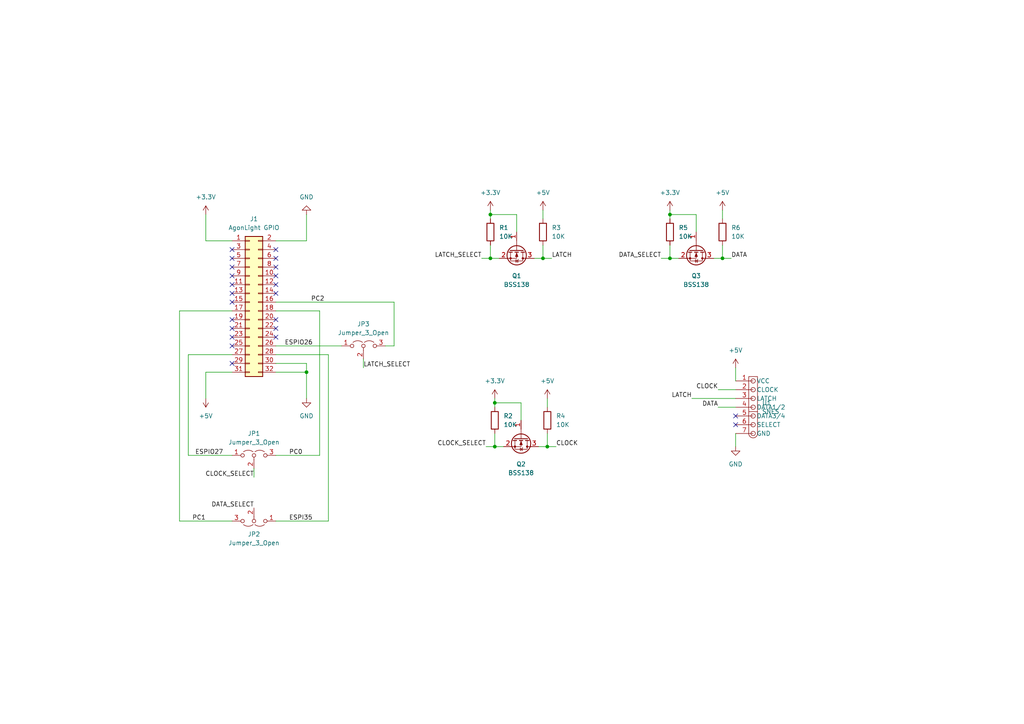
<source format=kicad_sch>
(kicad_sch (version 20211123) (generator eeschema)
  (paper "A4")
  (lib_symbols
    (symbol "Connector_Generic:Conn_02x16_Odd_Even" (pin_names (offset 1.016) hide)
      (property "Reference" "J" (at 1.27 20.32 0))
      (property "Value" "Conn_02x16_Odd_Even" (at 1.27 -22.86 0))
      (symbol "Conn_02x16_Odd_Even_1_1"
        (rectangle (start -1.27 -20.193) (end 0 -20.447) (stroke (width 0.1524)))
        (rectangle (start -1.27 -17.653) (end 0 -17.907) (stroke (width 0.1524)))
        (rectangle (start -1.27 -15.113) (end 0 -15.367) (stroke (width 0.1524)))
        (rectangle (start -1.27 -12.573) (end 0 -12.827) (stroke (width 0.1524)))
        (rectangle (start -1.27 -10.033) (end 0 -10.287) (stroke (width 0.1524)))
        (rectangle (start -1.27 -7.493) (end 0 -7.747) (stroke (width 0.1524)))
        (rectangle (start -1.27 -4.953) (end 0 -5.207) (stroke (width 0.1524)))
        (rectangle (start -1.27 -2.413) (end 0 -2.667) (stroke (width 0.1524)))
        (rectangle (start -1.27 0.127) (end 0 -0.127) (stroke (width 0.1524)))
        (rectangle (start -1.27 2.667) (end 0 2.413) (stroke (width 0.1524)))
        (rectangle (start -1.27 5.207) (end 0 4.953) (stroke (width 0.1524)))
        (rectangle (start -1.27 7.747) (end 0 7.493) (stroke (width 0.1524)))
        (rectangle (start -1.27 10.287) (end 0 10.033) (stroke (width 0.1524)))
        (rectangle (start -1.27 12.827) (end 0 12.573) (stroke (width 0.1524)))
        (rectangle (start -1.27 15.367) (end 0 15.113) (stroke (width 0.1524)))
        (rectangle (start -1.27 17.907) (end 0 17.653) (stroke (width 0.1524)))
        (rectangle (start -1.27 19.05) (end 3.81 -21.59) (stroke (width 0.254)) (fill (type background)))
        (rectangle (start 3.81 -20.193) (end 2.54 -20.447) (stroke (width 0.1524)))
        (rectangle (start 3.81 -17.653) (end 2.54 -17.907) (stroke (width 0.1524)))
        (rectangle (start 3.81 -15.113) (end 2.54 -15.367) (stroke (width 0.1524)))
        (rectangle (start 3.81 -12.573) (end 2.54 -12.827) (stroke (width 0.1524)))
        (rectangle (start 3.81 -10.033) (end 2.54 -10.287) (stroke (width 0.1524)))
        (rectangle (start 3.81 -7.493) (end 2.54 -7.747) (stroke (width 0.1524)))
        (rectangle (start 3.81 -4.953) (end 2.54 -5.207) (stroke (width 0.1524)))
        (rectangle (start 3.81 -2.413) (end 2.54 -2.667) (stroke (width 0.1524)))
        (rectangle (start 3.81 0.127) (end 2.54 -0.127) (stroke (width 0.1524)))
        (rectangle (start 3.81 2.667) (end 2.54 2.413) (stroke (width 0.1524)))
        (rectangle (start 3.81 5.207) (end 2.54 4.953) (stroke (width 0.1524)))
        (rectangle (start 3.81 7.747) (end 2.54 7.493) (stroke (width 0.1524)))
        (rectangle (start 3.81 10.287) (end 2.54 10.033) (stroke (width 0.1524)))
        (rectangle (start 3.81 12.827) (end 2.54 12.573) (stroke (width 0.1524)))
        (rectangle (start 3.81 15.367) (end 2.54 15.113) (stroke (width 0.1524)))
        (rectangle (start 3.81 17.907) (end 2.54 17.653) (stroke (width 0.1524)))
        (pin passive line (at -5.08 17.78 0) (length 3.81) (name "Pin_1") (number "1"))
        (pin passive line (at 7.62 7.62 180) (length 3.81) (name "Pin_10") (number "10"))
        (pin passive line (at -5.08 5.08 0) (length 3.81) (name "Pin_11") (number "11"))
        (pin passive line (at 7.62 5.08 180) (length 3.81) (name "Pin_12") (number "12"))
        (pin passive line (at -5.08 2.54 0) (length 3.81) (name "Pin_13") (number "13"))
        (pin passive line (at 7.62 2.54 180) (length 3.81) (name "Pin_14") (number "14"))
        (pin passive line (at -5.08 0 0) (length 3.81) (name "Pin_15") (number "15"))
        (pin passive line (at 7.62 0 180) (length 3.81) (name "Pin_16") (number "16"))
        (pin passive line (at -5.08 -2.54 0) (length 3.81) (name "Pin_17") (number "17"))
        (pin passive line (at 7.62 -2.54 180) (length 3.81) (name "Pin_18") (number "18"))
        (pin passive line (at -5.08 -5.08 0) (length 3.81) (name "Pin_19") (number "19"))
        (pin passive line (at 7.62 17.78 180) (length 3.81) (name "Pin_2") (number "2"))
        (pin passive line (at 7.62 -5.08 180) (length 3.81) (name "Pin_20") (number "20"))
        (pin passive line (at -5.08 -7.62 0) (length 3.81) (name "Pin_21") (number "21"))
        (pin passive line (at 7.62 -7.62 180) (length 3.81) (name "Pin_22") (number "22"))
        (pin passive line (at -5.08 -10.16 0) (length 3.81) (name "Pin_23") (number "23"))
        (pin passive line (at 7.62 -10.16 180) (length 3.81) (name "Pin_24") (number "24"))
        (pin passive line (at -5.08 -12.7 0) (length 3.81) (name "Pin_25") (number "25"))
        (pin passive line (at 7.62 -12.7 180) (length 3.81) (name "Pin_26") (number "26"))
        (pin passive line (at -5.08 -15.24 0) (length 3.81) (name "Pin_27") (number "27"))
        (pin passive line (at 7.62 -15.24 180) (length 3.81) (name "Pin_28") (number "28"))
        (pin passive line (at -5.08 -17.78 0) (length 3.81) (name "Pin_29") (number "29"))
        (pin passive line (at -5.08 15.24 0) (length 3.81) (name "Pin_3") (number "3"))
        (pin passive line (at 7.62 -17.78 180) (length 3.81) (name "Pin_30") (number "30"))
        (pin passive line (at -5.08 -20.32 0) (length 3.81) (name "Pin_31") (number "31"))
        (pin passive line (at 7.62 -20.32 180) (length 3.81) (name "Pin_32") (number "32"))
        (pin passive line (at 7.62 15.24 180) (length 3.81) (name "Pin_4") (number "4"))
        (pin passive line (at -5.08 12.7 0) (length 3.81) (name "Pin_5") (number "5"))
        (pin passive line (at 7.62 12.7 180) (length 3.81) (name "Pin_6") (number "6"))
        (pin passive line (at -5.08 10.16 0) (length 3.81) (name "Pin_7") (number "7"))
        (pin passive line (at 7.62 10.16 180) (length 3.81) (name "Pin_8") (number "8"))
        (pin passive line (at -5.08 7.62 0) (length 3.81) (name "Pin_9") (number "9"))
      )
    )
    (symbol "Device:R" (pin_numbers hide) (pin_names (offset 0))
      (property "Reference" "R" (at 2.032 0 90))
      (property "Value" "R" (at 0 0 90))
      (symbol "R_0_1"
        (rectangle (start -1.016 -2.54) (end 1.016 2.54) (stroke (width 0.254)))
      )
      (symbol "R_1_1"
        (pin passive line (at 0 3.81 270) (length 1.27) (name "~") (number "1"))
        (pin passive line (at 0 -3.81 90) (length 1.27) (name "~") (number "2"))
      )
    )
    (symbol "Jumper:Jumper_3_Open" (pin_names (offset 0) hide)
      (property "Reference" "JP" (at -2.54 -2.54 0))
      (property "Value" "Jumper_3_Open" (at 0 2.794 0))
      (symbol "Jumper_3_Open_0_0"
        (circle (center -3.302 0) (radius 0.508))
        (circle (center 0 0) (radius 0.508))
        (circle (center 3.302 0) (radius 0.508))
      )
      (symbol "Jumper_3_Open_0_1"
        (arc (start -0.254 1.016) (mid -1.651 1.4992) (end -3.048 1.016))
        (polyline (pts (xy 0 -0.508) (xy 0 -1.27)))
        (arc (start 3.048 1.016) (mid 1.651 1.4992) (end 0.254 1.016))
      )
      (symbol "Jumper_3_Open_1_1"
        (pin passive line (at -6.35 0 0) (length 2.54) (name "A") (number "1"))
        (pin passive line (at 0 -3.81 90) (length 2.54) (name "C") (number "2"))
        (pin passive line (at 6.35 0 180) (length 2.54) (name "B") (number "3"))
      )
    )
    (symbol "Transistor_FET:BSS138" (pin_names hide)
      (property "Reference" "Q" (at 5.08 1.905 0))
      (property "Value" "BSS138" (at 5.08 0 0))
      (symbol "BSS138_0_1"
        (polyline (pts (xy 0.254 0) (xy -2.54 0)))
        (polyline (pts (xy 0.254 1.905) (xy 0.254 -1.905)) (stroke (width 0.254)))
        (polyline (pts (xy 0.762 -1.27) (xy 0.762 -2.286)) (stroke (width 0.254)))
        (polyline (pts (xy 0.762 0.508) (xy 0.762 -0.508)) (stroke (width 0.254)))
        (polyline (pts (xy 0.762 2.286) (xy 0.762 1.27)) (stroke (width 0.254)))
        (polyline (pts (xy 2.54 2.54) (xy 2.54 1.778)))
        (polyline (pts (xy 2.54 -2.54) (xy 2.54 0) (xy 0.762 0)))
        (polyline (pts (xy 0.762 -1.778) (xy 3.302 -1.778) (xy 3.302 1.778) (xy 0.762 1.778)))
        (polyline (pts (xy 1.016 0) (xy 2.032 0.381) (xy 2.032 -0.381) (xy 1.016 0)) (fill (type outline)))
        (polyline (pts (xy 2.794 0.508) (xy 2.921 0.381) (xy 3.683 0.381) (xy 3.81 0.254)))
        (polyline (pts (xy 3.302 0.381) (xy 2.921 -0.254) (xy 3.683 -0.254) (xy 3.302 0.381)))
        (circle (center 1.651 0) (radius 2.794) (stroke (width 0.254)))
        (circle (center 2.54 -1.778) (radius 0.254) (fill (type outline)))
        (circle (center 2.54 1.778) (radius 0.254) (fill (type outline)))
      )
      (symbol "BSS138_1_1"
        (pin input line (at -5.08 0 0) (length 2.54) (name "G") (number "1"))
        (pin passive line (at 2.54 -5.08 90) (length 2.54) (name "S") (number "2"))
        (pin passive line (at 2.54 5.08 270) (length 2.54) (name "D") (number "3"))
      )
    )
    (symbol "pkl_conn:SNES" (pin_names (offset 1.016))
      (property "Reference" "U" (at 0 15.24 0))
      (property "Value" "SNES" (at 0 12.7 0))
      (symbol "SNES_0_1"
        (arc (start -1.27 -6.35) (mid 0 -7.62) (end 1.27 -6.35))
        (circle (center 0 -6.35) (radius 0.635))
        (circle (center 0 -3.81) (radius 0.635))
        (circle (center 0 -1.27) (radius 0.635))
        (polyline (pts (xy -1.27 0) (xy 1.27 0)))
        (polyline (pts (xy -1.27 -6.35) (xy -1.27 10.16) (xy 1.27 10.16) (xy 1.27 -6.35)))
        (circle (center 0 1.27) (radius 0.635))
        (circle (center 0 3.81) (radius 0.635))
        (circle (center 0 6.35) (radius 0.635))
        (circle (center 0 8.89) (radius 0.635))
      )
      (symbol "SNES_1_1"
        (pin power_in line (at -5.08 8.89 0) (length 5.08) (name "VCC") (number "1"))
        (pin input line (at -5.08 6.35 0) (length 5.08) (name "CLOCK") (number "2"))
        (pin input line (at -5.08 3.81 0) (length 5.08) (name "LATCH") (number "3"))
        (pin output line (at -5.08 1.27 0) (length 5.08) (name "DATA1/2") (number "4"))
        (pin output line (at -5.08 -1.27 0) (length 5.08) (name "DATA3/4") (number "5"))
        (pin input line (at -5.08 -3.81 0) (length 5.08) (name "SELECT") (number "6"))
        (pin power_in line (at -5.08 -6.35 0) (length 5.08) (name "GND") (number "7"))
      )
    )
    (symbol "power:+3.3V" (power) (pin_names (offset 0))
      (property "Value" "+3.3V" (at 0 3.556 0))
      (symbol "+3.3V_0_1"
        (polyline (pts (xy -0.762 1.27) (xy 0 2.54)))
        (polyline (pts (xy 0 0) (xy 0 2.54)))
        (polyline (pts (xy 0 2.54) (xy 0.762 1.27)))
      )
      (symbol "+3.3V_1_1"
        (pin power_in line (at 0 0 90) (length 0) hide (name "+3.3V") (number "1"))
      )
    )
    (symbol "power:+5V" (power) (pin_names (offset 0))
      (property "Value" "+5V" (at 0 3.556 0))
      (symbol "+5V_0_1"
        (polyline (pts (xy -0.762 1.27) (xy 0 2.54)))
        (polyline (pts (xy 0 0) (xy 0 2.54)))
        (polyline (pts (xy 0 2.54) (xy 0.762 1.27)))
      )
      (symbol "+5V_1_1"
        (pin power_in line (at 0 0 90) (length 0) hide (name "+5V") (number "1"))
      )
    )
    (symbol "power:GND" (power) (pin_names (offset 0))
      (property "Value" "GND" (at 0 -3.81 0))
      (symbol "GND_0_1"
        (polyline (pts (xy 0 0) (xy 0 -1.27) (xy 1.27 -1.27) (xy 0 -2.54) (xy -1.27 -1.27) (xy 0 -1.27)))
      )
      (symbol "GND_1_1"
        (pin power_in line (at 0 0 270) (length 0) hide (name "GND") (number "1"))
      )
    )
  )
  (junction (at 143.51 116.84))
  (junction (at 142.24 62.23))
  (junction (at 157.48 74.93))
  (junction (at 88.9 107.95))
  (junction (at 158.75 129.54))
  (junction (at 142.24 74.93))
  (junction (at 194.31 62.23))
  (junction (at 209.55 74.93))
  (junction (at 194.31 74.93))
  (junction (at 143.51 129.54))
  (no_connect (at 213.36 120.65))
  (no_connect (at 213.36 123.19))
  (no_connect (at 80.01 85.09))
  (no_connect (at 80.01 77.47))
  (no_connect (at 80.01 74.93))
  (no_connect (at 80.01 80.01))
  (no_connect (at 80.01 82.55))
  (no_connect (at 80.01 72.39))
  (no_connect (at 80.01 92.71))
  (no_connect (at 67.31 80.01))
  (no_connect (at 67.31 82.55))
  (no_connect (at 80.01 95.25))
  (no_connect (at 67.31 85.09))
  (no_connect (at 67.31 87.63))
  (no_connect (at 67.31 77.47))
  (no_connect (at 67.31 72.39))
  (no_connect (at 67.31 74.93))
  (no_connect (at 80.01 97.79))
  (no_connect (at 67.31 100.33))
  (no_connect (at 67.31 97.79))
  (no_connect (at 67.31 92.71))
  (no_connect (at 67.31 95.25))
  (no_connect (at 67.31 105.41))
  (wire (pts (xy 143.51 116.84) (xy 143.51 118.11)))
  (wire (pts (xy 59.69 107.95) (xy 59.69 115.57)))
  (wire (pts (xy 80.01 102.87) (xy 95.25 102.87)))
  (wire (pts (xy 54.61 102.87) (xy 67.31 102.87)))
  (wire (pts (xy 80.01 107.95) (xy 88.9 107.95)))
  (wire (pts (xy 80.01 90.17) (xy 92.71 90.17)))
  (wire (pts (xy 151.13 121.92) (xy 151.13 116.84)))
  (wire (pts (xy 213.36 106.68) (xy 213.36 110.49)))
  (wire (pts (xy 114.3 100.33) (xy 114.3 87.63)))
  (wire (pts (xy 209.55 60.96) (xy 209.55 63.5)))
  (wire (pts (xy 196.85 74.93) (xy 194.31 74.93)))
  (wire (pts (xy 95.25 151.13) (xy 95.25 102.87)))
  (wire (pts (xy 213.36 125.73) (xy 213.36 129.54)))
  (wire (pts (xy 80.01 87.63) (xy 114.3 87.63)))
  (wire (pts (xy 80.01 132.08) (xy 92.71 132.08)))
  (wire (pts (xy 208.28 113.03) (xy 213.36 113.03)))
  (wire (pts (xy 207.01 74.93) (xy 209.55 74.93)))
  (wire (pts (xy 194.31 62.23) (xy 194.31 63.5)))
  (wire (pts (xy 200.66 115.57) (xy 213.36 115.57)))
  (wire (pts (xy 67.31 132.08) (xy 54.61 132.08)))
  (wire (pts (xy 194.31 74.93) (xy 194.31 71.12)))
  (wire (pts (xy 88.9 107.95) (xy 88.9 115.57)))
  (wire (pts (xy 194.31 60.96) (xy 194.31 62.23)))
  (wire (pts (xy 149.86 62.23) (xy 142.24 62.23)))
  (wire (pts (xy 111.76 100.33) (xy 114.3 100.33)))
  (wire (pts (xy 139.7 74.93) (xy 142.24 74.93)))
  (wire (pts (xy 80.01 105.41) (xy 88.9 105.41)))
  (wire (pts (xy 209.55 74.93) (xy 209.55 71.12)))
  (wire (pts (xy 142.24 62.23) (xy 142.24 63.5)))
  (wire (pts (xy 158.75 129.54) (xy 158.75 125.73)))
  (wire (pts (xy 142.24 60.96) (xy 142.24 62.23)))
  (wire (pts (xy 149.86 67.31) (xy 149.86 62.23)))
  (wire (pts (xy 157.48 74.93) (xy 160.02 74.93)))
  (wire (pts (xy 158.75 129.54) (xy 161.29 129.54)))
  (wire (pts (xy 143.51 129.54) (xy 143.51 125.73)))
  (wire (pts (xy 156.21 129.54) (xy 158.75 129.54)))
  (wire (pts (xy 157.48 60.96) (xy 157.48 63.5)))
  (wire (pts (xy 151.13 116.84) (xy 143.51 116.84)))
  (wire (pts (xy 73.66 135.89) (xy 73.66 138.43)))
  (wire (pts (xy 142.24 74.93) (xy 142.24 71.12)))
  (wire (pts (xy 209.55 74.93) (xy 212.09 74.93)))
  (wire (pts (xy 143.51 115.57) (xy 143.51 116.84)))
  (wire (pts (xy 191.77 74.93) (xy 194.31 74.93)))
  (wire (pts (xy 80.01 151.13) (xy 95.25 151.13)))
  (wire (pts (xy 80.01 100.33) (xy 99.06 100.33)))
  (wire (pts (xy 80.01 69.85) (xy 88.9 69.85)))
  (wire (pts (xy 140.97 129.54) (xy 143.51 129.54)))
  (wire (pts (xy 54.61 132.08) (xy 54.61 102.87)))
  (wire (pts (xy 158.75 115.57) (xy 158.75 118.11)))
  (wire (pts (xy 59.69 107.95) (xy 67.31 107.95)))
  (wire (pts (xy 144.78 74.93) (xy 142.24 74.93)))
  (wire (pts (xy 59.69 62.23) (xy 59.69 69.85)))
  (wire (pts (xy 52.07 151.13) (xy 52.07 90.17)))
  (wire (pts (xy 88.9 62.23) (xy 88.9 69.85)))
  (wire (pts (xy 67.31 151.13) (xy 52.07 151.13)))
  (wire (pts (xy 201.93 67.31) (xy 201.93 62.23)))
  (wire (pts (xy 52.07 90.17) (xy 67.31 90.17)))
  (wire (pts (xy 92.71 132.08) (xy 92.71 90.17)))
  (wire (pts (xy 201.93 62.23) (xy 194.31 62.23)))
  (wire (pts (xy 146.05 129.54) (xy 143.51 129.54)))
  (wire (pts (xy 88.9 105.41) (xy 88.9 107.95)))
  (wire (pts (xy 105.41 104.14) (xy 105.41 106.68)))
  (wire (pts (xy 59.69 69.85) (xy 67.31 69.85)))
  (wire (pts (xy 208.28 118.11) (xy 213.36 118.11)))
  (wire (pts (xy 154.94 74.93) (xy 157.48 74.93)))
  (wire (pts (xy 157.48 74.93) (xy 157.48 71.12)))
  (label "LATCH" (at 200.66 115.57 180))
  (label "DATA" (at 212.09 74.93 0))
  (label "PC2" (at 90.17 87.63 0))
  (label "LATCH_SELECT" (at 139.7 74.93 180))
  (label "CLOCK" (at 208.28 113.03 180))
  (label "DATA_SELECT" (at 191.77 74.93 180))
  (label "LATCH_SELECT" (at 105.41 106.68 0))
  (label "CLOCK" (at 161.29 129.54 0))
  (label "CLOCK_SELECT" (at 140.97 129.54 180))
  (label "PC1" (at 59.69 151.13 180))
  (label "PC0" (at 83.82 132.08 0))
  (label "DATA" (at 208.28 118.11 180))
  (label "ESPI35" (at 83.82 151.13 0))
  (label "ESPIO27" (at 64.77 132.08 180))
  (label "ESPIO26" (at 82.55 100.33 0))
  (label "DATA_SELECT" (at 73.66 147.32 180))
  (label "CLOCK_SELECT" (at 73.66 138.43 180))
  (label "LATCH" (at 160.02 74.93 0))
  (symbol (lib_id "Transistor_FET:BSS138") (at 151.13 127 270) (unit 1)
    (property "Reference" "Q2" (at 151.13 134.62 90))
    (property "Value" "BSS138" (at 151.13 137.16 90))
    (property "Footprint" "Package_TO_SOT_SMD:SOT-23" (effects hide))
    (property "Datasheet" "https://www.onsemi.com/pub/Collateral/BSS138-D.PDF" (effects hide))
  )
  (symbol (lib_id "pkl_conn:SNES") (at 218.44 119.38 0) (unit 1)
    (property "Reference" "U1" (at 220.98 116.8399 0) (effects (justify left)))
    (property "Value" "SNES" (at 220.98 119.3799 0) (effects (justify left)))
    (property "Footprint" "joystick:SNES" (effects hide))
  )
  (symbol (lib_id "power:GND") (at 88.9 115.57 0) (unit 1)
    (property "Reference" "#PWR04" (effects hide))
    (property "Value" "GND" (at 88.9 120.65 0))
  )
  (symbol (lib_id "power:GND") (at 213.36 129.54 0) (unit 1)
    (property "Reference" "#PWR012" (effects hide))
    (property "Value" "GND" (at 213.36 134.62 0))
  )
  (symbol (lib_id "power:+5V") (at 209.55 60.96 0) (unit 1)
    (property "Reference" "#PWR010" (effects hide))
    (property "Value" "+5V" (at 209.55 55.88 0))
  )
  (symbol (lib_id "Transistor_FET:BSS138") (at 201.93 72.39 270) (unit 1)
    (property "Reference" "Q3" (at 201.93 80.01 90))
    (property "Value" "BSS138" (at 201.93 82.55 90))
    (property "Footprint" "Package_TO_SOT_SMD:SOT-23" (effects hide))
    (property "Datasheet" "https://www.onsemi.com/pub/Collateral/BSS138-D.PDF" (effects hide))
  )
  (symbol (lib_id "Device:R") (at 194.31 67.31 0) (unit 1)
    (property "Reference" "R5" (at 196.85 66.0399 0) (effects (justify left)))
    (property "Value" "10K" (at 196.85 68.5799 0) (effects (justify left)))
    (property "Footprint" "Resistor_SMD:R_0805_2012Metric_Pad1.20x1.40mm_HandSolder" (effects hide))
  )
  (symbol (lib_id "power:+3.3V") (at 59.69 62.23 0) (unit 1)
    (property "Reference" "#PWR01" (effects hide))
    (property "Value" "+3.3V" (at 59.69 57.15 0))
  )
  (symbol (lib_id "power:+5V") (at 157.48 60.96 0) (unit 1)
    (property "Reference" "#PWR07" (effects hide))
    (property "Value" "+5V" (at 157.48 55.88 0))
  )
  (symbol (lib_id "power:+5V") (at 59.69 115.57 180) (unit 1)
    (property "Reference" "#PWR02" (effects hide))
    (property "Value" "+5V" (at 59.69 120.65 0))
  )
  (symbol (lib_id "Jumper:Jumper_3_Open") (at 73.66 132.08 0) (unit 1)
    (property "Reference" "JP1" (at 73.66 125.73 0))
    (property "Value" "Jumper_3_Open" (at 73.66 128.27 0))
    (property "Footprint" "Connector_PinHeader_2.54mm:PinHeader_1x03_P2.54mm_Vertical" (effects hide))
  )
  (symbol (lib_id "Device:R") (at 209.55 67.31 0) (unit 1)
    (property "Reference" "R6" (at 212.09 66.0399 0) (effects (justify left)))
    (property "Value" "10K" (at 212.09 68.5799 0) (effects (justify left)))
    (property "Footprint" "Resistor_SMD:R_0805_2012Metric_Pad1.20x1.40mm_HandSolder" (effects hide))
  )
  (symbol (lib_id "power:+5V") (at 213.36 106.68 0) (unit 1)
    (property "Reference" "#PWR011" (effects hide))
    (property "Value" "+5V" (at 213.36 101.6 0))
  )
  (symbol (lib_id "power:+3.3V") (at 143.51 115.57 0) (unit 1)
    (property "Reference" "#PWR06" (effects hide))
    (property "Value" "+3.3V" (at 143.51 110.49 0))
  )
  (symbol (lib_id "power:+5V") (at 158.75 115.57 0) (unit 1)
    (property "Reference" "#PWR08" (effects hide))
    (property "Value" "+5V" (at 158.75 110.49 0))
  )
  (symbol (lib_id "power:GND") (at 88.9 62.23 180) (unit 1)
    (property "Reference" "#PWR03" (effects hide))
    (property "Value" "GND" (at 88.9 57.15 0))
  )
  (symbol (lib_id "Connector_Generic:Conn_02x16_Odd_Even") (at 72.39 87.63 0) (unit 1)
    (property "Reference" "J1" (at 73.66 63.5 0))
    (property "Value" "AgonLight GPIO" (at 73.66 66.04 0))
    (property "Footprint" "Connector_PinSocket_2.54mm:PinSocket_2x16_P2.54mm_Vertical" (effects hide))
  )
  (symbol (lib_id "Device:R") (at 143.51 121.92 0) (unit 1)
    (property "Reference" "R2" (at 146.05 120.6499 0) (effects (justify left)))
    (property "Value" "10K" (at 146.05 123.1899 0) (effects (justify left)))
    (property "Footprint" "Resistor_SMD:R_0805_2012Metric_Pad1.20x1.40mm_HandSolder" (effects hide))
  )
  (symbol (lib_id "Device:R") (at 158.75 121.92 0) (unit 1)
    (property "Reference" "R4" (at 161.29 120.6499 0) (effects (justify left)))
    (property "Value" "10K" (at 161.29 123.1899 0) (effects (justify left)))
    (property "Footprint" "Resistor_SMD:R_0805_2012Metric_Pad1.20x1.40mm_HandSolder" (effects hide))
  )
  (symbol (lib_id "Device:R") (at 157.48 67.31 0) (unit 1)
    (property "Reference" "R3" (at 160.02 66.0399 0) (effects (justify left)))
    (property "Value" "10K" (at 160.02 68.5799 0) (effects (justify left)))
    (property "Footprint" "Resistor_SMD:R_0805_2012Metric_Pad1.20x1.40mm_HandSolder" (effects hide))
  )
  (symbol (lib_id "Transistor_FET:BSS138") (at 149.86 72.39 270) (unit 1)
    (property "Reference" "Q1" (at 149.86 80.01 90))
    (property "Value" "BSS138" (at 149.86 82.55 90))
    (property "Footprint" "Package_TO_SOT_SMD:SOT-23" (effects hide))
    (property "Datasheet" "https://www.onsemi.com/pub/Collateral/BSS138-D.PDF" (effects hide))
  )
  (symbol (lib_id "Jumper:Jumper_3_Open") (at 105.41 100.33 0) (unit 1)
    (property "Reference" "JP3" (at 105.41 93.98 0))
    (property "Value" "Jumper_3_Open" (at 105.41 96.52 0))
    (property "Footprint" "Connector_PinHeader_2.54mm:PinHeader_1x03_P2.54mm_Vertical" (effects hide))
  )
  (symbol (lib_id "Jumper:Jumper_3_Open") (at 73.66 151.13 180) (unit 1)
    (property "Reference" "JP2" (at 73.66 154.94 0))
    (property "Value" "Jumper_3_Open" (at 73.66 157.48 0))
    (property "Footprint" "Connector_PinHeader_2.54mm:PinHeader_1x03_P2.54mm_Vertical" (effects hide))
  )
  (symbol (lib_id "Device:R") (at 142.24 67.31 0) (unit 1)
    (property "Reference" "R1" (at 144.78 66.0399 0) (effects (justify left)))
    (property "Value" "10K" (at 144.78 68.5799 0) (effects (justify left)))
    (property "Footprint" "Resistor_SMD:R_0805_2012Metric_Pad1.20x1.40mm_HandSolder" (effects hide))
  )
  (symbol (lib_id "power:+3.3V") (at 194.31 60.96 0) (unit 1)
    (property "Reference" "#PWR09" (effects hide))
    (property "Value" "+3.3V" (at 194.31 55.88 0))
  )
  (symbol (lib_id "power:+3.3V") (at 142.24 60.96 0) (unit 1)
    (property "Reference" "#PWR05" (effects hide))
    (property "Value" "+3.3V" (at 142.24 55.88 0))
  )
)
</source>
